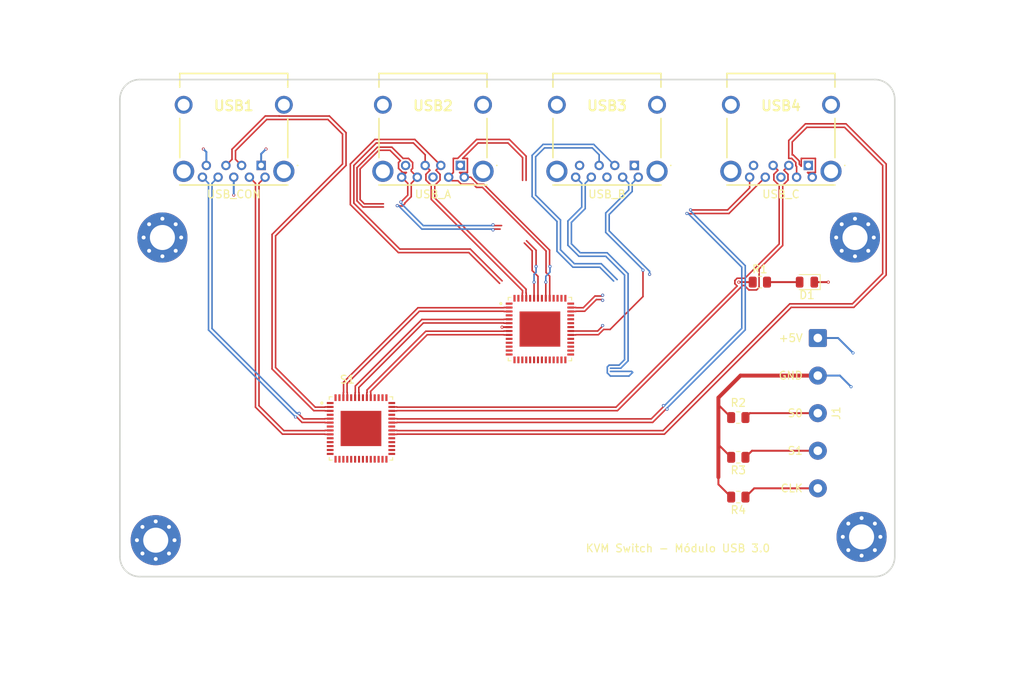
<source format=kicad_pcb>
(kicad_pcb (version 20221018) (generator pcbnew)
  (layers (0 "F.Cu" signal) (1 "In1.Cu" power) (2 "In2.Cu" power) (31 "B.Cu" signal) (34 "B.Paste" user) (35 "F.Paste" user) (36 "B.SilkS" user "B.Silkscreen") (37 "F.SilkS" user "F.Silkscreen") (38 "B.Mask" user) (39 "F.Mask" user) (44 "Edge.Cuts" user))
  (net 0 "")
  (net 1 "/GND")
  (net 2 "/Switch/D0+")
  (net 3 "/Switch/D0-")
  (net 4 "GND")
  (net 5 "/Switch/D1+")
  (net 6 "/Switch/D1-")
  (net 7 "/Switch/D2+")
  (net 8 "/Switch/D2-")
  (net 17 "/Switch/+5V")
  (net 31 "/Switch/USB_C_D2-")
  (net 32 "/Switch/USB_C_D2+")
  (net 33 "/Switch/USB_C_D1-")
  (net 34 "/Switch/USB_C_D1+")
  (net 35 "/Switch/USB_C_D0-")
  (net 36 "/Switch/USB_C_D0+")
  (net 40 "/Switch/USB_AB_D2-")
  (net 41 "/Switch/USB_AB_D2+")
  (net 42 "/Switch/USB_AB_D1-")
  (net 43 "/Switch/USB_AB_D1+")
  (net 44 "/Switch/USB_AB_D0-")
  (net 45 "/Switch/USB_AB_D0+")
  (net 67 "/Switch/USB_B_D2-")
  (net 68 "/Switch/USB_B_D2+")
  (net 69 "/Switch/USB_B_D1-")
  (net 70 "/Switch/USB_B_D1+")
  (net 71 "/Switch/USB_B_D0-")
  (net 72 "/Switch/USB_B_D0+")
  (net 76 "/Switch/USB_A_D2-")
  (net 77 "/Switch/USB_A_D2+")
  (net 78 "/Switch/USB_A_D1-")
  (net 79 "/Switch/USB_A_D1+")
  (net 80 "/Switch/USB_A_D0-")
  (net 81 "/Switch/USB_A_D0+")
  (net 107 "Net-(D1-A)")
  (net 108 "/+5V")
  (net 109 "/S0")
  (net 110 "/S1")
  (net 111 "/CLOCK")
  (footprint "Custom_Footprints:USB3_Molex_48393-0003" (layer "F.Cu") (at 66.381087 82.095 180)
    (fp_text reference "USB1")
    (fp_text value "USB3_Molex_48393-0003" hide)
  )
  (footprint "Resistor_SMD:R_0805_2012Metric" (layer "F.Cu") (at 127.3325 119.38 180)
    (fp_text reference locked "R3")
    (fp_text value locked "10k")
  )
  (footprint "Custom_Footprints:USB3_Molex_48393-0003" (layer "F.Cu") (at 136.281087 82.095 180)
    (fp_text reference "USB4")
    (fp_text value "USB3_Molex_48393-0003" hide)
  )
  (footprint "Resistor_SMD:R_0805_2012Metric" (layer "F.Cu") (at 130.0875 97)
    (fp_text reference "R1")
    (fp_text value "167R")
  )
  (footprint "Custom_Footprints:USB3_Molex_48393-0003" (layer "F.Cu") (at 114.056087 82.095 180)
    (fp_text reference "USB3")
    (fp_text value "USB3_Molex_48393-0003" hide)
  )
  (footprint "Custom_Footprints:QFN50P800X800X100-57N" (layer "F.Cu") (at 79.133 115.695)
    (fp_text reference "S1")
    (fp_text value "HD3SS215IRTQR")
  )
  (footprint "MountingHole:MountingHole_3.2mm_M3_Pad_Via" (layer "F.Cu") (at 53.767056 91.3)
    (fp_text reference "REF**" hide)
    (fp_text value "MountingHole_3.2mm_M3_Pad_Via" hide)
  )
  (footprint "Connector_Wire:SolderWire-0.5sqmm_1x05_P4.8mm_D0.9mm_OD2.3mm" (layer "F.Cu") (at 137.4925 104.14 -90)
    (fp_text reference "J1")
    (fp_text value "Conn_01x05_Socket")
  )
  (footprint "MountingHole:MountingHole_3.2mm_M3_Pad_Via" (layer "F.Cu") (at 142.24 91.3)
    (fp_text reference "REF**" hide)
    (fp_text value "MountingHole_3.2mm_M3_Pad_Via" hide)
  )
  (footprint "Resistor_SMD:R_0805_2012Metric" (layer "F.Cu") (at 127.3325 124.46 180)
    (fp_text reference locked "R4")
    (fp_text value locked "10k")
  )
  (footprint "Custom_Footprints:QFN50P800X800X100-57N" (layer "F.Cu") (at 101.993 102.995)
    (fp_text reference "S2" hide)
    (fp_text value "HD3SS215IRTQR")
  )
  (footprint "LED_SMD:LED_0805_2012Metric" (layer "F.Cu") (at 136.105 97 180)
    (fp_text reference "D1")
    (fp_text value "LED")
  )
  (footprint "MountingHole:MountingHole_3.2mm_M3_Pad_Via" (layer "F.Cu") (at 52.912944 129.967056)
    (fp_text reference "REF**" hide)
    (fp_text value "MountingHole_3.2mm_M3_Pad_Via" hide)
  )
  (footprint "MountingHole:MountingHole_3.2mm_M3_Pad_Via" (layer "F.Cu") (at 143.082944 129.54)
    (fp_text reference "REF**" hide)
    (fp_text value "MountingHole_3.2mm_M3_Pad_Via" hide)
  )
  (footprint "Custom_Footprints:USB3_Molex_48393-0003" (layer "F.Cu") (at 91.831087 82.095 180)
    (fp_text reference "USB2")
    (fp_text value "USB3_Molex_48393-0003" hide)
  )
  (footprint "Resistor_SMD:R_0805_2012Metric" (layer "F.Cu") (at 127.3325 114.3 180)
    (fp_text reference locked "R2")
    (fp_text value locked "10k")
  )
  (gr_arc (start 50.878485 134.620543) (mid 49.082434 133.876594) (end 48.338485 132.080543) (stroke (width 0.2)) (layer "Edge.Cuts"))
  (gr_line (start 50.873416 71.121567) (end 144.78 71.12) (stroke (width 0.2)) (layer "Edge.Cuts"))
  (gr_line (start 147.32 73.66) (end 147.32 132.08) (stroke (width 0.2)) (layer "Edge.Cuts"))
  (gr_arc (start 147.32 132.08) (mid 146.576051 133.876051) (end 144.78 134.62) (stroke (width 0.2)) (layer "Edge.Cuts"))
  (gr_line (start 48.338485 132.080543) (end 48.333416 73.661567) (stroke (width 0.2)) (layer "Edge.Cuts"))
  (gr_arc (start 144.78 71.12) (mid 146.576051 71.863949) (end 147.32 73.66) (stroke (width 0.2)) (layer "Edge.Cuts"))
  (gr_line (start 144.78 134.62) (end 50.878485 134.620543) (stroke (width 0.2)) (layer "Edge.Cuts"))
  (gr_arc (start 48.333416 73.661567) (mid 49.077365 71.865516) (end 50.873416 71.121567) (stroke (width 0.2)) (layer "Edge.Cuts"))
  (gr_text "KVM Switch - Módulo USB 3.0 " (at 120 131) (layer "F.SilkS") (effects (font (size 1 1))))
  (gr_text locked "CLK" (at 132.650595 123.34) (layer "F.SilkS") (effects (font (size 1 1)) (justify left)))
  (gr_text locked "GND" (at 132.4125 108.94) (layer "F.SilkS") (effects (font (size 1 1)) (justify left)))
  (gr_text locked "S0" (at 133.555357 113.74) (layer "F.SilkS") (effects (font (size 1 1)) (justify left)))
  (gr_text "USB_CON" (at 62.881087 85.775) (layer "F.SilkS") (effects (font (size 1 1))))
  (gr_text locked "S1" (at 133.555357 118.54) (layer "F.SilkS") (effects (font (size 1 1)) (justify left)))
  (gr_text "USB_B" (at 110.556087 85.775) (layer "F.SilkS") (effects (font (size 1 1))))
  (gr_text "USB_C" (at 132.781087 85.775) (layer "F.SilkS") (effects (font (size 1 1))))
  (gr_text "USB_A" (at 88.331087 85.775) (layer "F.SilkS") (effects (font (size 1 1))))
  (gr_text locked "+5V" (at 132.4125 104.14) (layer "F.SilkS") (effects (font (size 1 1)) (justify left)))
  (segment (start 124.7925 111.76) (end 127.6125 108.94) (width 0.5) (layer "F.Cu") (net 1))
  (segment (start 127.6125 108.94) (end 137.4925 108.94) (width 0.5) (layer "F.Cu") (net 1))
  (segment (start 126.42 119.38) (end 124.7925 117.7525) (width 0.25) (layer "F.Cu") (net 1))
  (segment (start 126.42 114.3) (end 124.7925 112.6725) (width 0.25) (layer "F.Cu") (net 1))
  (segment (start 138.827 97) (end 137.0425 97) (width 0.25) (layer "F.Cu") (net 1))
  (segment (start 124.7925 121.92) (end 124.7925 111.76) (width 0.5) (layer "F.Cu") (net 1))
  (segment (start 124.7925 117.7525) (end 124.7925 111.76) (width 0.25) (layer "F.Cu") (net 1))
  (segment (start 131.78 108.94) (end 137.4925 108.94) (width 0.25) (layer "F.Cu") (net 1))
  (segment (start 124.7925 112.6725) (end 124.7925 111.76) (width 0.25) (layer "F.Cu") (net 1))
  (segment (start 124.7925 122.8325) (end 124.7925 121.92) (width 0.25) (layer "F.Cu") (net 1))
  (segment (start 126.42 124.46) (end 124.7925 122.8325) (width 0.25) (layer "F.Cu") (net 1))
  (via micro (at 138.827 97) (size 0.4) (drill 0.2) (layers "F.Cu" "In1.Cu") (net 1))
  (via blind (at 141.732 110.363) (size 0.4) (drill 0.2) (layers "In1.Cu" "B.Cu") (net 1))
  (segment (start 137.4925 108.94) (end 140.309 108.94) (width 0.25) (layer "B.Cu") (net 1))
  (segment (start 140.309 108.94) (end 141.732 110.363) (width 0.25) (layer "B.Cu") (net 1))
  (segment (start 62.656086 81.320001) (end 61.881087 82.095) (width 0.2) (layer "F.Cu") (net 2))
  (segment (start 68.225 91.0932) (end 77.225 82.0932) (width 0.2) (layer "F.Cu") (net 2))
  (segment (start 74.527999 112.97) (end 73.2882 112.97) (width 0.2) (layer "F.Cu") (net 2))
  (segment (start 74.552999 112.945) (end 74.527999 112.97) (width 0.2) (layer "F.Cu") (net 2))
  (segment (start 62.656086 80.025714) (end 62.656086 81.320001) (width 0.2) (layer "F.Cu") (net 2))
  (segment (start 75.198 112.945) (end 74.552999 112.945) (width 0.2) (layer "F.Cu") (net 2))
  (segment (start 75.0932 75.775) (end 75.0832 75.785) (width 0.2) (layer "F.Cu") (net 2))
  (segment (start 68.684619 75.785) (end 68.674619 75.775) (width 0.2) (layer "F.Cu") (net 2))
  (segment (start 73.2882 112.97) (end 68.225 107.9068) (width 0.2) (layer "F.Cu") (net 2))
  (segment (start 66.9068 75.775) (end 62.656086 80.025714) (width 0.2) (layer "F.Cu") (net 2))
  (segment (start 75.0832 75.785) (end 68.684619 75.785) (width 0.2) (layer "F.Cu") (net 2))
  (segment (start 68.674619 75.775) (end 66.9068 75.775) (width 0.2) (layer "F.Cu") (net 2))
  (segment (start 77.225 82.0932) (end 77.225 77.9068) (width 0.2) (layer "F.Cu") (net 2))
  (segment (start 68.225 107.9068) (end 68.225 91.0932) (width 0.2) (layer "F.Cu") (net 2))
  (segment (start 77.225 77.9068) (end 75.0932 75.775) (width 0.2) (layer "F.Cu") (net 2))
  (segment (start 67.0932 76.225) (end 63.106088 80.212112) (width 0.2) (layer "F.Cu") (net 3))
  (segment (start 63.106088 81.320001) (end 63.881087 82.095) (width 0.2) (layer "F.Cu") (net 3))
  (segment (start 76.775 81.9068) (end 76.775 78.0932) (width 0.2) (layer "F.Cu") (net 3))
  (segment (start 74.9068 76.225) (end 67.0932 76.225) (width 0.2) (layer "F.Cu") (net 3))
  (segment (start 75.198 113.445) (end 74.552999 113.445) (width 0.2) (layer "F.Cu") (net 3))
  (segment (start 74.527999 113.42) (end 73.1018 113.42) (width 0.2) (layer "F.Cu") (net 3))
  (segment (start 63.106088 80.212112) (end 63.106088 81.320001) (width 0.2) (layer "F.Cu") (net 3))
  (segment (start 67.775 90.9068) (end 76.775 81.9068) (width 0.2) (layer "F.Cu") (net 3))
  (segment (start 74.552999 113.445) (end 74.527999 113.42) (width 0.2) (layer "F.Cu") (net 3))
  (segment (start 67.775 108.0932) (end 67.775 90.9068) (width 0.2) (layer "F.Cu") (net 3))
  (segment (start 73.1018 113.42) (end 67.775 108.0932) (width 0.2) (layer "F.Cu") (net 3))
  (segment (start 76.775 78.0932) (end 74.9068 76.225) (width 0.2) (layer "F.Cu") (net 3))
  (segment (start 97.153 102.75) (end 97.158 102.745) (width 0.25) (layer "F.Cu") (net 4))
  (segment (start 97.158 102.745) (end 98.058 102.745) (width 0.25) (layer "F.Cu") (net 4))
  (via blind (at 62.881087 85.881087) (size 0.4) (drill 0.2) (layers "F.Cu" "In1.Cu") (net 4))
  (via blind (at 97.153 102.75) (size 0.4) (drill 0.2) (layers "F.Cu" "In1.Cu") (net 4))
  (via blind (at 59 80) (size 0.4) (drill 0.2) (layers "F.Cu" "In1.Cu") (net 4))
  (segment (start 59.381087 80.381087) (end 59 80) (width 0.25) (layer "B.Cu") (net 4))
  (segment (start 62.881087 83.595) (end 62.881087 85.881087) (width 0.25) (layer "B.Cu") (net 4))
  (segment (start 59.381087 82.095) (end 59.381087 80.381087) (width 0.25) (layer "B.Cu") (net 4))
  (segment (start 74.552999 114.445) (end 74.527999 114.47) (width 0.2) (layer "F.Cu") (net 5))
  (segment (start 71.22981 113.911611) (end 71.22981 113.77019) (width 0.2) (layer "F.Cu") (net 5))
  (segment (start 74.527999 114.47) (end 71.788199 114.47) (width 0.2) (layer "F.Cu") (net 5))
  (segment (start 71.788199 114.47) (end 71.22981 113.911611) (width 0.2) (layer "F.Cu") (net 5))
  (segment (start 75.198 114.445) (end 74.552999 114.445) (width 0.2) (layer "F.Cu") (net 5))
  (via (at 71.22981 113.77019) (size 0.4) (drill 0.2) (layers "F.Cu" "B.Cu") (net 5))
  (segment (start 60.106088 84.369999) (end 60.881087 83.595) (width 0.2) (layer "B.Cu") (net 5))
  (segment (start 70.977297 113.72981) (end 70.906587 113.72981) (width 0.2) (layer "B.Cu") (net 5))
  (segment (start 60.106088 102.929311) (end 60.106088 84.369999) (width 0.2) (layer "B.Cu") (net 5))
  (segment (start 71.017677 113.77019) (end 70.977297 113.72981) (width 0.2) (layer "B.Cu") (net 5))
  (segment (start 71.22981 113.77019) (end 71.017677 113.77019) (width 0.2) (layer "B.Cu") (net 5))
  (segment (start 70.906587 113.72981) (end 60.106088 102.929311) (width 0.2) (layer "B.Cu") (net 5))
  (segment (start 70.911611 114.22981) (end 70.77019 114.22981) (width 0.2) (layer "F.Cu") (net 6))
  (segment (start 71.601801 114.92) (end 70.911611 114.22981) (width 0.2) (layer "F.Cu") (net 6))
  (segment (start 74.527999 114.92) (end 71.601801 114.92) (width 0.2) (layer "F.Cu") (net 6))
  (segment (start 74.552999 114.945) (end 74.527999 114.92) (width 0.2) (layer "F.Cu") (net 6))
  (segment (start 75.198 114.945) (end 74.552999 114.945) (width 0.2) (layer "F.Cu") (net 6))
  (via (at 70.77019 114.22981) (size 0.4) (drill 0.2) (layers "F.Cu" "B.Cu") (net 6))
  (segment (start 59.656086 103.115706) (end 59.656086 84.369999) (width 0.2) (layer "B.Cu") (net 6))
  (segment (start 70.77019 114.22981) (end 59.656086 103.115706) (width 0.2) (layer "B.Cu") (net 6))
  (segment (start 59.656086 84.369999) (end 58.881087 83.595) (width 0.2) (layer "B.Cu") (net 6))
  (segment (start 69.2882 115.97) (end 74.527999 115.97) (width 0.2) (layer "F.Cu") (net 7))
  (segment (start 66.881087 83.595) (end 66.106088 84.369999) (width 0.2) (layer "F.Cu") (net 7))
  (segment (start 74.552999 115.945) (end 75.198 115.945) (width 0.2) (layer "F.Cu") (net 7))
  (segment (start 74.527999 115.97) (end 74.552999 115.945) (width 0.2) (layer "F.Cu") (net 7))
  (segment (start 66.106088 112.787888) (end 69.2882 115.97) (width 0.2) (layer "F.Cu") (net 7))
  (segment (start 66.106088 84.369999) (end 66.106088 112.787888) (width 0.2) (layer "F.Cu") (net 7))
  (segment (start 74.552999 116.445) (end 75.198 116.445) (width 0.2) (layer "F.Cu") (net 8))
  (segment (start 65.656086 112.974286) (end 69.1018 116.42) (width 0.2) (layer "F.Cu") (net 8))
  (segment (start 74.527999 116.42) (end 74.552999 116.445) (width 0.2) (layer "F.Cu") (net 8))
  (segment (start 69.1018 116.42) (end 74.527999 116.42) (width 0.2) (layer "F.Cu") (net 8))
  (segment (start 65.656086 84.369999) (end 65.656086 112.974286) (width 0.2) (layer "F.Cu") (net 8))
  (segment (start 64.881087 83.595) (end 65.656086 84.369999) (width 0.2) (layer "F.Cu") (net 8))
  (via blind (at 67 80) (size 0.4) (drill 0.2) (layers "F.Cu" "In2.Cu") (net 17))
  (segment (start 66.381087 80.618913) (end 67 80) (width 0.25) (layer "B.Cu") (net 17))
  (segment (start 66.381087 82.095) (end 66.381087 80.618913) (width 0.25) (layer "B.Cu") (net 17))
  (segment (start 117.8982 116.42) (end 134.0932 100.225) (width 0.2) (layer "F.Cu") (net 31))
  (segment (start 146.225 81.9068) (end 141.0932 76.775) (width 0.2) (layer "F.Cu") (net 31))
  (segment (start 133.775 81.195) (end 134.15388 81.195) (width 0.2) (layer "F.Cu") (net 31))
  (segment (start 83.738001 116.42) (end 117.8982 116.42) (width 0.2) (layer "F.Cu") (net 31))
  (segment (start 134.681087 81.722207) (end 134.681087 82.131397) (width 0.2) (layer "F.Cu") (net 31))
  (segment (start 134.781087 82.231397) (end 134.781087 83.595) (width 0.2) (layer "F.Cu") (net 31))
  (segment (start 133.775 78.9068) (end 133.775 81.195) (width 0.2) (layer "F.Cu") (net 31))
  (segment (start 134.681087 82.131397) (end 134.781087 82.231397) (width 0.2) (layer "F.Cu") (net 31))
  (segment (start 146.225 96.0932) (end 146.225 81.9068) (width 0.2) (layer "F.Cu") (net 31))
  (segment (start 142.0932 100.225) (end 146.225 96.0932) (width 0.2) (layer "F.Cu") (net 31))
  (segment (start 134.15388 81.195) (end 134.681087 81.722207) (width 0.2) (layer "F.Cu") (net 31))
  (segment (start 83.713001 116.445) (end 83.738001 116.42) (width 0.2) (layer "F.Cu") (net 31))
  (segment (start 135.9068 76.775) (end 133.775 78.9068) (width 0.2) (layer "F.Cu") (net 31))
  (segment (start 83.068 116.445) (end 83.713001 116.445) (width 0.2) (layer "F.Cu") (net 31))
  (segment (start 141.0932 76.775) (end 135.9068 76.775) (width 0.2) (layer "F.Cu") (net 31))
  (segment (start 134.0932 100.225) (end 142.0932 100.225) (width 0.2) (layer "F.Cu") (net 31))
  (segment (start 145.775 95.9068) (end 145.775 82.0932) (width 0.2) (layer "F.Cu") (net 32))
  (segment (start 135.131068 81.944981) (end 135.381087 82.195) (width 0.2) (layer "F.Cu") (net 32))
  (segment (start 135.381087 82.195) (end 135.381087 81.195) (width 0.2) (layer "F.Cu") (net 32))
  (segment (start 141.9068 99.775) (end 145.775 95.9068) (width 0.2) (layer "F.Cu") (net 32))
  (segment (start 136.181087 82.995) (end 136.781087 83.595) (width 0.2) (layer "F.Cu") (net 32))
  (segment (start 83.738001 115.97) (end 117.7118 115.97) (width 0.2) (layer "F.Cu") (net 32))
  (segment (start 134.225 80.745019) (end 134.340269 80.745019) (width 0.2) (layer "F.Cu") (net 32))
  (segment (start 145.775 82.0932) (end 140.9068 77.225) (width 0.2) (layer "F.Cu") (net 32))
  (segment (start 136.0932 77.225) (end 134.225 79.0932) (width 0.2) (layer "F.Cu") (net 32))
  (segment (start 135.131068 81.535819) (end 135.131068 81.944981) (width 0.2) (layer "F.Cu") (net 32))
  (segment (start 134.340269 80.745019) (end 135.131068 81.535819) (width 0.2) (layer "F.Cu") (net 32))
  (segment (start 117.7118 115.97) (end 133.9068 99.775) (width 0.2) (layer "F.Cu") (net 32))
  (segment (start 134.225 79.0932) (end 134.225 80.745019) (width 0.2) (layer "F.Cu") (net 32))
  (segment (start 83.068 115.945) (end 83.713001 115.945) (width 0.2) (layer "F.Cu") (net 32))
  (segment (start 133.9068 99.775) (end 141.9068 99.775) (width 0.2) (layer "F.Cu") (net 32))
  (segment (start 137.181087 81.195) (end 137.181087 82.995) (width 0.2) (layer "F.Cu") (net 32))
  (segment (start 137.181087 82.995) (end 136.181087 82.995) (width 0.2) (layer "F.Cu") (net 32))
  (segment (start 135.381087 81.195) (end 137.181087 81.195) (width 0.2) (layer "F.Cu") (net 32))
  (segment (start 83.713001 115.945) (end 83.738001 115.97) (width 0.2) (layer "F.Cu") (net 32))
  (segment (start 140.9068 77.225) (end 136.0932 77.225) (width 0.2) (layer "F.Cu") (net 32))
  (segment (start 125.959881 87.779809) (end 128.781087 84.958603) (width 0.2) (layer "F.Cu") (net 33))
  (segment (start 83.738001 114.92) (end 116.398199 114.92) (width 0.2) (layer "F.Cu") (net 33))
  (segment (start 116.398199 114.92) (end 118.088389 113.22981) (width 0.2) (layer "F.Cu") (net 33))
  (segment (start 83.068 114.945) (end 83.713001 114.945) (width 0.2) (layer "F.Cu") (net 33))
  (segment (start 121.22981 87.77019) (end 121.239429 87.779809) (width 0.2) (layer "F.Cu") (net 33))
  (segment (start 121.239429 87.779809) (end 125.959881 87.779809) (width 0.2) (layer "F.Cu") (net 33))
  (segment (start 118.088389 113.22981) (end 118.22981 113.22981) (width 0.2) (layer "F.Cu") (net 33))
  (segment (start 83.713001 114.945) (end 83.738001 114.92) (width 0.2) (layer "F.Cu") (net 33))
  (segment (start 128.781087 84.958603) (end 128.781087 83.595) (width 0.2) (layer "F.Cu") (net 33))
  (via (at 121.22981 87.77019) (size 0.4) (drill 0.2) (layers "F.Cu" "B.Cu") (net 33))
  (via (at 118.22981 113.22981) (size 0.4) (drill 0.2) (layers "F.Cu" "B.Cu") (net 33))
  (segment (start 121.22981 87.911611) (end 121.22981 87.77019) (width 0.2) (layer "B.Cu") (net 33))
  (segment (start 118.22981 113.22981) (end 118.22981 113.088389) (width 0.2) (layer "B.Cu") (net 33))
  (segment (start 118.22981 113.088389) (end 128.225 103.093199) (width 0.2) (layer "B.Cu") (net 33))
  (segment (start 128.225 94.9068) (end 121.22981 87.911611) (width 0.2) (layer "B.Cu") (net 33))
  (segment (start 128.225 103.093199) (end 128.225 94.9068) (width 0.2) (layer "B.Cu") (net 33))
  (segment (start 120.982323 88.22981) (end 121.022703 88.27019) (width 0.2) (layer "F.Cu") (net 34))
  (segment (start 121.477297 88.22981) (end 126.146277 88.22981) (width 0.2) (layer "F.Cu") (net 34))
  (segment (start 116.211801 114.47) (end 117.77019 112.911611) (width 0.2) (layer "F.Cu") (net 34))
  (segment (start 120.77019 88.22981) (end 120.982323 88.22981) (width 0.2) (layer "F.Cu") (net 34))
  (segment (start 83.738001 114.47) (end 116.211801 114.47) (width 0.2) (layer "F.Cu") (net 34))
  (segment (start 121.022703 88.27019) (end 121.436917 88.27019) (width 0.2) (layer "F.Cu") (net 34))
  (segment (start 117.77019 112.911611) (end 117.77019 112.77019) (width 0.2) (layer "F.Cu") (net 34))
  (segment (start 126.146277 88.22981) (end 130.781087 83.595) (width 0.2) (layer "F.Cu") (net 34))
  (segment (start 83.713001 114.445) (end 83.738001 114.47) (width 0.2) (layer "F.Cu") (net 34))
  (segment (start 121.436917 88.27019) (end 121.477297 88.22981) (width 0.2) (layer "F.Cu") (net 34))
  (segment (start 83.068 114.445) (end 83.713001 114.445) (width 0.2) (layer "F.Cu") (net 34))
  (via (at 120.77019 88.22981) (size 0.4) (drill 0.2) (layers "F.Cu" "B.Cu") (net 34))
  (via (at 117.77019 112.77019) (size 0.4) (drill 0.2) (layers "F.Cu" "B.Cu") (net 34))
  (segment (start 117.77019 112.77019) (end 117.911611 112.77019) (width 0.2) (layer "B.Cu") (net 34))
  (segment (start 127.775 102.906801) (end 127.775 95.0932) (width 0.2) (layer "B.Cu") (net 34))
  (segment (start 120.911611 88.22981) (end 120.77019 88.22981) (width 0.2) (layer "B.Cu") (net 34))
  (segment (start 127.775 95.0932) (end 120.911611 88.22981) (width 0.2) (layer "B.Cu") (net 34))
  (segment (start 117.911611 112.77019) (end 127.775 102.906801) (width 0.2) (layer "B.Cu") (net 34))
  (segment (start 133.006088 84.642792) (end 133.006088 92.312112) (width 0.2) (layer "F.Cu") (net 35))
  (segment (start 128.684683 98) (end 128.109683 97.425) (width 0.2) (layer "F.Cu") (net 35))
  (segment (start 133.681087 83.222207) (end 133.681087 83.967793) (width 0.2) (layer "F.Cu") (net 35))
  (segment (start 133.167483 82.708604) (end 133.681087 83.222207) (width 0.2) (layer "F.Cu") (net 35))
  (segment (start 111.8982 113.42) (end 83.738001 113.42) (width 0.2) (layer "F.Cu") (net 35))
  (segment (start 128.109683 97.425) (end 127.8932 97.425) (width 0.2) (layer "F.Cu") (net 35))
  (segment (start 133.681087 83.967793) (end 133.006088 84.642792) (width 0.2) (layer "F.Cu") (net 35))
  (segment (start 127.8932 97.425) (end 111.8982 113.42) (width 0.2) (layer "F.Cu") (net 35))
  (segment (start 83.738001 113.42) (end 83.713001 113.445) (width 0.2) (layer "F.Cu") (net 35))
  (segment (start 133.781087 82.095) (end 133.167483 82.708604) (width 0.2) (layer "F.Cu") (net 35))
  (segment (start 129.9875 95.3307) (end 129.9875 97.677817) (width 0.2) (layer "F.Cu") (net 35))
  (segment (start 83.713001 113.445) (end 83.068 113.445) (width 0.2) (layer "F.Cu") (net 35))
  (segment (start 129.665317 98) (end 128.684683 98) (width 0.2) (layer "F.Cu") (net 35))
  (segment (start 129.9875 97.677817) (end 129.665317 98) (width 0.2) (layer "F.Cu") (net 35))
  (segment (start 133.006088 92.312112) (end 129.9875 95.3307) (width 0.2) (layer "F.Cu") (net 35))
  (segment (start 128.1818 96.5) (end 127.189893 96.5) (width 0.2) (layer "F.Cu") (net 36))
  (segment (start 131.881087 83.967793) (end 132.556086 84.642792) (width 0.2) (layer "F.Cu") (net 36))
  (segment (start 111.7118 112.97) (end 83.738001 112.97) (width 0.2) (layer "F.Cu") (net 36))
  (segment (start 131.881087 83.222207) (end 131.881087 83.967793) (width 0.2) (layer "F.Cu") (net 36))
  (segment (start 132.556086 84.642792) (end 132.556086 92.125714) (width 0.2) (layer "F.Cu") (net 36))
  (segment (start 127.189893 96.5) (end 126.897 96.792893) (width 0.2) (layer "F.Cu") (net 36))
  (segment (start 132.556086 92.125714) (end 128.1818 96.5) (width 0.2) (layer "F.Cu") (net 36))
  (segment (start 132.394691 82.708604) (end 131.881087 83.222207) (width 0.2) (layer "F.Cu") (net 36))
  (segment (start 83.738001 112.97) (end 83.713001 112.945) (width 0.2) (layer "F.Cu") (net 36))
  (segment (start 126.897 96.792893) (end 126.897 97.207107) (width 0.2) (layer "F.Cu") (net 36))
  (segment (start 126.897 97.207107) (end 127.185846 97.495954) (width 0.2) (layer "F.Cu") (net 36))
  (segment (start 127.185846 97.495954) (end 111.7118 112.97) (width 0.2) (layer "F.Cu") (net 36))
  (segment (start 83.713001 112.945) (end 83.068 112.945) (width 0.2) (layer "F.Cu") (net 36))
  (segment (start 131.781087 82.095) (end 132.394691 82.708604) (width 0.2) (layer "F.Cu") (net 36))
  (segment (start 80.383 111.114999) (end 80.383 111.76) (width 0.2) (layer "F.Cu") (net 40))
  (segment (start 87.5982 103.72) (end 80.358 110.9602) (width 0.2) (layer "F.Cu") (net 40))
  (segment (start 97.387999 103.72) (end 87.5982 103.72) (width 0.2) (layer "F.Cu") (net 40))
  (segment (start 80.358 110.9602) (end 80.358 111.089999) (width 0.2) (layer "F.Cu") (net 40))
  (segment (start 98.058 103.745) (end 97.412999 103.745) (width 0.2) (layer "F.Cu") (net 40))
  (segment (start 80.358 111.089999) (end 80.383 111.114999) (width 0.2) (layer "F.Cu") (net 40))
  (segment (start 97.412999 103.745) (end 97.387999 103.72) (width 0.2) (layer "F.Cu") (net 40))
  (segment (start 98.058 103.245) (end 97.412999 103.245) (width 0.2) (layer "F.Cu") (net 41))
  (segment (start 79.908 110.7738) (end 79.908 111.089999) (width 0.2) (layer "F.Cu") (net 41))
  (segment (start 87.4118 103.27) (end 79.908 110.7738) (width 0.2) (layer "F.Cu") (net 41))
  (segment (start 79.883 111.114999) (end 79.883 111.76) (width 0.2) (layer "F.Cu") (net 41))
  (segment (start 97.387999 103.27) (end 87.4118 103.27) (width 0.2) (layer "F.Cu") (net 41))
  (segment (start 79.908 111.089999) (end 79.883 111.114999) (width 0.2) (layer "F.Cu") (net 41))
  (segment (start 97.412999 103.245) (end 97.387999 103.27) (width 0.2) (layer "F.Cu") (net 41))
  (segment (start 97.387999 102.22) (end 87.0982 102.22) (width 0.2) (layer "F.Cu") (net 42))
  (segment (start 97.412999 102.245) (end 97.387999 102.22) (width 0.2) (layer "F.Cu") (net 42))
  (segment (start 98.058 102.245) (end 97.412999 102.245) (width 0.2) (layer "F.Cu") (net 42))
  (segment (start 87.0982 102.22) (end 78.858 110.4602) (width 0.2) (layer "F.Cu") (net 42))
  (segment (start 78.858 110.4602) (end 78.858 111.089999) (width 0.2) (layer "F.Cu") (net 42))
  (segment (start 78.883 111.114999) (end 78.883 111.76) (width 0.2) (layer "F.Cu") (net 42))
  (segment (start 78.858 111.089999) (end 78.883 111.114999) (width 0.2) (layer "F.Cu") (net 42))
  (segment (start 98.058 101.745) (end 97.412999 101.745) (width 0.2) (layer "F.Cu") (net 43))
  (segment (start 86.9118 101.77) (end 78.408 110.2738) (width 0.2) (layer "F.Cu") (net 43))
  (segment (start 97.412999 101.745) (end 97.387999 101.77) (width 0.2) (layer "F.Cu") (net 43))
  (segment (start 78.408 110.2738) (end 78.408 111.089999) (width 0.2) (layer "F.Cu") (net 43))
  (segment (start 78.383 111.114999) (end 78.383 111.76) (width 0.2) (layer "F.Cu") (net 43))
  (segment (start 97.387999 101.77) (end 86.9118 101.77) (width 0.2) (layer "F.Cu") (net 43))
  (segment (start 78.408 111.089999) (end 78.383 111.114999) (width 0.2) (layer "F.Cu") (net 43))
  (segment (start 98.058 100.745) (end 97.412999 100.745) (width 0.2) (layer "F.Cu") (net 44))
  (segment (start 97.387999 100.72) (end 86.5982 100.72) (width 0.2) (layer "F.Cu") (net 44))
  (segment (start 77.383 111.114999) (end 77.383 111.76) (width 0.2) (layer "F.Cu") (net 44))
  (segment (start 97.412999 100.745) (end 97.387999 100.72) (width 0.2) (layer "F.Cu") (net 44))
  (segment (start 86.5982 100.72) (end 77.358 109.9602) (width 0.2) (layer "F.Cu") (net 44))
  (segment (start 77.358 109.9602) (end 77.358 111.089999) (width 0.2) (layer "F.Cu") (net 44))
  (segment (start 77.358 111.089999) (end 77.383 111.114999) (width 0.2) (layer "F.Cu") (net 44))
  (segment (start 97.387999 100.27) (end 86.4118 100.27) (width 0.2) (layer "F.Cu") (net 45))
  (segment (start 97.412999 100.245) (end 97.387999 100.27) (width 0.2) (layer "F.Cu") (net 45))
  (segment (start 76.883 111.114999) (end 76.883 111.76) (width 0.2) (layer "F.Cu") (net 45))
  (segment (start 76.908 109.7738) (end 76.908 111.089999) (width 0.2) (layer "F.Cu") (net 45))
  (segment (start 76.908 111.089999) (end 76.883 111.114999) (width 0.2) (layer "F.Cu") (net 45))
  (segment (start 98.058 100.245) (end 97.412999 100.245) (width 0.2) (layer "F.Cu") (net 45))
  (segment (start 86.4118 100.27) (end 76.908 109.7738) (width 0.2) (layer "F.Cu") (net 45))
  (segment (start 109.461397 103.72) (end 110.136397 103.045) (width 0.2) (layer "F.Cu") (net 67))
  (segment (start 110.955 103.045) (end 115.156651 98.843349) (width 0.2) (layer "F.Cu") (net 67))
  (segment (start 105.928 103.745) (end 106.573001 103.745) (width 0.2) (layer "F.Cu") (net 67))
  (segment (start 115.156651 98.843349) (end 115.156651 95.478851) (width 0.2) (layer "F.Cu") (net 67))
  (segment (start 106.598001 103.72) (end 109.461397 103.72) (width 0.2) (layer "F.Cu") (net 67))
  (segment (start 110.136397 103.045) (end 110.955 103.045) (width 0.2) (layer "F.Cu") (net 67))
  (segment (start 106.573001 103.745) (end 106.598001 103.72) (width 0.2) (layer "F.Cu") (net 67))
  (via (at 115.156651 95.478851) (size 0.4) (drill 0.2) (layers "F.Cu" "B.Cu") (net 67))
  (segment (start 113.331086 84.369999) (end 113.331086 85.232714) (width 0.2) (layer "B.Cu") (net 67))
  (segment (start 110.392 90.6442) (end 115.218 95.4702) (width 0.2) (layer "B.Cu") (net 67))
  (segment (start 110.392 88.1718) (end 110.392 90.6442) (width 0.2) (layer "B.Cu") (net 67))
  (segment (start 113.331086 85.232714) (end 110.392 88.1718) (width 0.2) (layer "B.Cu") (net 67))
  (segment (start 112.556087 83.595) (end 113.331086 84.369999) (width 0.2) (layer "B.Cu") (net 67))
  (segment (start 110 102.615711) (end 109.370711 103.245) (width 0.2) (layer "F.Cu") (net 68))
  (segment (start 109.370711 103.245) (end 105.928 103.245) (width 0.2) (layer "F.Cu") (net 68))
  (segment (start 110 102.545) (end 110 102.615711) (width 0.2) (layer "F.Cu") (net 68))
  (via (at 110 102.545) (size 0.4) (drill 0.2) (layers "F.Cu" "B.Cu") (net 68))
  (via (at 116 96) (size 0.4) (drill 0.2) (layers "F.Cu" "B.Cu") (net 68))
  (segment (start 113.781088 85.419112) (end 110.842 88.3582) (width 0.2) (layer "B.Cu") (net 68))
  (segment (start 113.781088 84.369999) (end 113.781088 85.419112) (width 0.2) (layer "B.Cu") (net 68))
  (segment (start 110.842 90.4578) (end 116 95.6158) (width 0.2) (layer "B.Cu") (net 68))
  (segment (start 116 95.6158) (end 116 96) (width 0.2) (layer "B.Cu") (net 68))
  (segment (start 114.556087 83.595) (end 113.781088 84.369999) (width 0.2) (layer "B.Cu") (net 68))
  (segment (start 110.842 88.3582) (end 110.842 90.4578) (width 0.2) (layer "B.Cu") (net 68))
  (segment (start 113.370932 109) (end 113.835731 108.535201) (width 0.2) (layer "B.Cu") (net 69))
  (segment (start 112.805 106.908096) (end 112.113096 107.6) (width 0.2) (layer "B.Cu") (net 69))
  (segment (start 113.70053 108.4) (end 111 108.4) (width 0.2) (layer "B.Cu") (net 69))
  (segment (start 107.331086 84.369999) (end 107.331086 87.422714) (width 0.2) (layer "B.Cu") (net 69))
  (segment (start 106.556087 83.595) (end 107.331086 84.369999) (width 0.2) (layer "B.Cu") (net 69))
  (segment (start 110.6 108.6) (end 111 109) (width 0.2) (layer "B.Cu") (net 69))
  (segment (start 111 109) (end 113.370932 109) (width 0.2) (layer "B.Cu") (net 69))
  (segment (start 112.113096 107.6) (end 110.834315 107.6) (width 0.2) (layer "B.Cu") (net 69))
  (segment (start 107.331086 87.422714) (end 105.566 89.1878) (width 0.2) (layer "B.Cu") (net 69))
  (segment (start 110.834315 107.6) (end 110.6 107.834315) (width 0.2) (layer "B.Cu") (net 69))
  (segment (start 112.805 96.1052) (end 112.805 106.908096) (width 0.2) (layer "B.Cu") (net 69))
  (segment (start 110.3968 93.697) (end 112.805 96.1052) (width 0.2) (layer "B.Cu") (net 69))
  (segment (start 113.835731 108.535201) (end 113.70053 108.4) (width 0.2) (layer "B.Cu") (net 69))
  (segment (start 105.566 89.1878) (end 105.566 92.2952) (width 0.2) (layer "B.Cu") (net 69))
  (segment (start 105.566 92.2952) (end 106.9678 93.697) (width 0.2) (layer "B.Cu") (net 69))
  (segment (start 106.9678 93.697) (end 110.3968 93.697) (width 0.2) (layer "B.Cu") (net 69))
  (segment (start 110.6 107.834315) (end 110.6 108.6) (width 0.2) (layer "B.Cu") (net 69))
  (segment (start 107.1542 93.247) (end 110.5832 93.247) (width 0.2) (layer "B.Cu") (net 70))
  (segment (start 113.255 95.9188) (end 113.255 107.0632) (width 0.2) (layer "B.Cu") (net 70))
  (segment (start 106.016 92.1088) (end 107.1542 93.247) (width 0.2) (layer "B.Cu") (net 70))
  (segment (start 107.781088 87.609112) (end 106.016 89.3742) (width 0.2) (layer "B.Cu") (net 70))
  (segment (start 108.556087 83.595) (end 107.781088 84.369999) (width 0.2) (layer "B.Cu") (net 70))
  (segment (start 110.5832 93.247) (end 113.255 95.9188) (width 0.2) (layer "B.Cu") (net 70))
  (segment (start 107.781088 84.369999) (end 107.781088 87.609112) (width 0.2) (layer "B.Cu") (net 70))
  (segment (start 112.3182 108) (end 111 108) (width 0.2) (layer "B.Cu") (net 70))
  (segment (start 113.255 107.0632) (end 112.3182 108) (width 0.2) (layer "B.Cu") (net 70))
  (segment (start 106.016 89.3742) (end 106.016 92.1088) (width 0.2) (layer "B.Cu") (net 70))
  (segment (start 109.208445 99.225001) (end 107.713446 100.72) (width 0.2) (layer "F.Cu") (net 71))
  (segment (start 110 99.325) (end 109.900001 99.225001) (width 0.2) (layer "F.Cu") (net 71))
  (segment (start 106.598001 100.72) (end 106.573001 100.745) (width 0.2) (layer "F.Cu") (net 71))
  (segment (start 106.573001 100.745) (end 105.928 100.745) (width 0.2) (layer "F.Cu") (net 71))
  (segment (start 107.713446 100.72) (end 106.598001 100.72) (width 0.2) (layer "F.Cu") (net 71))
  (segment (start 109.900001 99.225001) (end 109.208445 99.225001) (width 0.2) (layer "F.Cu") (net 71))
  (via (at 110 99.325) (size 0.4) (drill 0.2) (layers "F.Cu" "B.Cu") (net 71))
  (segment (start 102.3958 79.404) (end 100.994 80.8058) (width 0.2) (layer "B.Cu") (net 71))
  (segment (start 109.6348 95.094) (end 111.408 96.8672) (width 0.2) (layer "B.Cu") (net 71))
  (segment (start 104.169 89.2472) (end 104.169 93.0572) (width 0.2) (layer "B.Cu") (net 71))
  (segment (start 100.994 80.8058) (end 100.994 86.0722) (width 0.2) (layer "B.Cu") (net 71))
  (segment (start 106.2058 95.094) (end 109.6348 95.094) (width 0.2) (layer "B.Cu") (net 71))
  (segment (start 104.169 93.0572) (end 106.2058 95.094) (width 0.2) (layer "B.Cu") (net 71))
  (segment (start 108.865087 79.404) (end 102.3958 79.404) (width 0.2) (layer "B.Cu") (net 71))
  (segment (start 111.556087 82.095) (end 108.865087 79.404) (width 0.2) (layer "B.Cu") (net 71))
  (segment (start 100.994 86.0722) (end 104.169 89.2472) (width 0.2) (layer "B.Cu") (net 71))
  (segment (start 109.900001 98.774999) (end 109.022047 98.774999) (width 0.2) (layer "F.Cu") (net 72))
  (segment (start 106.573001 100.245) (end 105.928 100.245) (width 0.2) (layer "F.Cu") (net 72))
  (segment (start 106.598001 100.27) (end 106.573001 100.245) (width 0.2) (layer "F.Cu") (net 72))
  (segment (start 109.022047 98.774999) (end 107.527046 100.27) (width 0.2) (layer "F.Cu") (net 72))
  (segment (start 107.527046 100.27) (end 106.598001 100.27) (width 0.2) (layer "F.Cu") (net 72))
  (segment (start 110 98.675) (end 109.900001 98.774999) (width 0.2) (layer "F.Cu") (net 72))
  (via (at 110 98.675) (size 0.4) (drill 0.2) (layers "F.Cu" "B.Cu") (net 72))
  (segment (start 102.5822 79.854) (end 101.444 80.9922) (width 0.2) (layer "B.Cu") (net 72))
  (segment (start 101.444 85.8858) (end 104.619 89.0608) (width 0.2) (layer "B.Cu") (net 72))
  (segment (start 104.619 92.8708) (end 106.3922 94.644) (width 0.2) (layer "B.Cu") (net 72))
  (segment (start 108.67869 79.854) (end 102.5822 79.854) (width 0.2) (layer "B.Cu") (net 72))
  (segment (start 101.444 80.9922) (end 101.444 85.8858) (width 0.2) (layer "B.Cu") (net 72))
  (segment (start 109.8212 94.644) (end 111.858 96.6808) (width 0.2) (layer "B.Cu") (net 72))
  (segment (start 109.556087 80.731397) (end 108.67869 79.854) (width 0.2) (layer "B.Cu") (net 72))
  (segment (start 104.619 89.0608) (end 104.619 92.8708) (width 0.2) (layer "B.Cu") (net 72))
  (segment (start 109.556087 82.095) (end 109.556087 80.731397) (width 0.2) (layer "B.Cu") (net 72))
  (segment (start 106.3922 94.644) (end 109.8212 94.644) (width 0.2) (layer "B.Cu") (net 72))
  (segment (start 93.881948 84.895) (end 93.481948 84.495) (width 0.2) (layer "F.Cu") (net 76))
  (segment (start 93.9068 78.775) (end 98.0932 78.775) (width 0.2) (layer "F.Cu") (net 76))
  (segment (start 90.331087 83.595) (end 90.931087 82.995) (width 0.2) (layer "F.Cu") (net 76))
  (segment (start 90.931087 82.995) (end 90.931087 81.195) (width 0.2) (layer "F.Cu") (net 76))
  (segment (start 91.958294 84.495) (end 91.508294 84.045) (width 0.2) (layer "F.Cu") (net 76))
  (segment (start 91.508294 84.045) (end 90.781087 84.045) (width 0.2) (layer "F.Cu") (net 76))
  (segment (start 94.647514 84.895) (end 93.881948 84.895) (width 0.2) (layer "F.Cu") (net 76))
  (segment (start 103.243 96.243) (end 102.774499 95.774499) (width 0.2) (layer "F.Cu") (net 76))
  (segment (start 102.774499 93.021985) (end 94.647514 84.895) (width 0.2) (layer "F.Cu") (net 76))
  (segment (start 98.0932 78.775) (end 100.225 80.9068) (width 0.2) (layer "F.Cu") (net 76))
  (segment (start 90.931087 81.195) (end 91.4868 81.195) (width 0.2) (layer "F.Cu") (net 76))
  (segment (start 90.781087 84.045) (end 90.331087 83.595) (width 0.2) (layer "F.Cu") (net 76))
  (segment (start 103.243 99.06) (end 103.243 96.243) (width 0.2) (layer "F.Cu") (net 76))
  (segment (start 100.225 80.9068) (end 100.225 84) (width 0.2) (layer "F.Cu") (net 76))
  (segment (start 102.774499 95.774499) (end 102.774499 93.021985) (width 0.2) (layer "F.Cu") (net 76))
  (segment (start 91.4868 81.195) (end 93.9068 78.775) (width 0.2) (layer "F.Cu") (net 76))
  (segment (start 93.481948 84.495) (end 91.958294 84.495) (width 0.2) (layer "F.Cu") (net 76))
  (segment (start 91.731087 82.995) (end 92.731087 82.995) (width 0.2) (layer "F.Cu") (net 77))
  (segment (start 103.225 94.950501) (end 103.225 92.9068) (width 0.2) (layer "F.Cu") (net 77))
  (segment (start 102.743 97.0005) (end 102.743 99.06) (width 0.2) (layer "F.Cu") (net 77))
  (segment (start 97.9068 79.225) (end 99.775 81.0932) (width 0.2) (layer "F.Cu") (net 77))
  (segment (start 94.8132 84.495) (end 94.047634 84.495) (width 0.2) (layer "F.Cu") (net 77))
  (segment (start 92.731087 82.995) (end 92.731087 81.195) (width 0.2) (layer "F.Cu") (net 77))
  (segment (start 94.0932 79.225) (end 97.9068 79.225) (width 0.2) (layer "F.Cu") (net 77))
  (segment (start 93.147634 83.595) (end 92.331087 83.595) (width 0.2) (layer "F.Cu") (net 77))
  (segment (start 102.7435 97) (end 102.743 97.0005) (width 0.2) (layer "F.Cu") (net 77))
  (segment (start 99.775 81.0932) (end 99.775 84) (width 0.2) (layer "F.Cu") (net 77))
  (segment (start 103.225 92.9068) (end 94.8132 84.495) (width 0.2) (layer "F.Cu") (net 77))
  (segment (start 92.1232 81.195) (end 94.0932 79.225) (width 0.2) (layer "F.Cu") (net 77))
  (segment (start 94.047634 84.495) (end 93.147634 83.595) (width 0.2) (layer "F.Cu") (net 77))
  (segment (start 92.331087 83.595) (end 91.731087 82.995) (width 0.2) (layer "F.Cu") (net 77))
  (segment (start 92.731087 81.195) (end 92.1232 81.195) (width 0.2) (layer "F.Cu") (net 77))
  (segment (start 103.274499 95) (end 103.225 94.950501) (width 0.2) (layer "F.Cu") (net 77))
  (via (at 102.7435 97) (size 0.4) (drill 0.2) (layers "F.Cu" "B.Cu") (net 77))
  (via (at 103.274499 95) (size 0.4) (drill 0.2) (layers "F.Cu" "B.Cu") (net 77))
  (segment (start 102.7435 97) (end 102.7435 96.2565) (width 0.2) (layer "B.Cu") (net 77))
  (segment (start 102.7435 96.2565) (end 103.274499 95.725501) (width 0.2) (layer "B.Cu") (net 77))
  (segment (start 103.274499 95.725501) (end 103.274499 95) (width 0.2) (layer "B.Cu") (net 77))
  (segment (start 101 93) (end 100 92) (width 0.2) (layer "F.Cu") (net 78))
  (segment (start 79.565686 87) (end 79.025 86.459314) (width 0.2) (layer "F.Cu") (net 78))
  (segment (start 84.458294 82.995) (end 84.931087 82.995) (width 0.2) (layer "F.Cu") (net 78))
  (segment (start 84.22981 86.77019) (end 85.106086 85.893914) (width 0.2) (layer "F.Cu") (net 78))
  (segment (start 84.167547 81.485747) (end 83.931087 81.722207) (width 0.2) (layer "F.Cu") (net 78))
  (segment (start 82.8409 80.1591) (end 84.167547 81.485747) (width 0.2) (layer "F.Cu") (net 78))
  (segment (start 81.406586 80.1591) (end 82.8409 80.1591) (width 0.2) (layer "F.Cu") (net 78))
  (segment (start 79.025 86.459314) (end 79.025 82.540686) (width 0.2) (layer "F.Cu") (net 78))
  (segment (start 101 95.516781) (end 101 93) (width 0.2) (layer "F.Cu") (net 78))
  (segment (start 84.931087 82.995) (end 84.331087 83.595) (width 0.2) (layer "F.Cu") (net 78))
  (segment (start 97.093199 89.774999) (end 96.099999 89.774999) (width 0.2) (layer "F.Cu") (net 78))
  (segment (start 85.106086 84.369999) (end 84.331087 83.595) (width 0.2) (layer "F.Cu") (net 78))
  (segment (start 83.931087 81.722207) (end 83.931087 82.467793) (width 0.2) (layer "F.Cu") (net 78))
  (segment (start 101.743 99.06) (end 101.743 96.259781) (width 0.2) (layer "F.Cu") (net 78))
  (segment (start 96.099999 89.774999) (end 96 89.675) (width 0.2) (layer "F.Cu") (net 78))
  (segment (start 82 87) (end 79.565686 87) (width 0.2) (layer "F.Cu") (net 78))
  (segment (start 79.025 82.540686) (end 81.406586 80.1591) (width 0.2) (layer "F.Cu") (net 78))
  (segment (start 83.931087 82.467793) (end 84.458294 82.995) (width 0.2) (layer "F.Cu") (net 78))
  (segment (start 85.106086 85.893914) (end 85.106086 84.369999) (width 0.2) (layer "F.Cu") (net 78))
  (segment (start 101.743 96.259781) (end 101 95.516781) (width 0.2) (layer "F.Cu") (net 78))
  (via (at 84.22981 86.77019) (size 0.4) (drill 0.2) (layers "F.Cu" "B.Cu") (net 78))
  (via (at 96 89.675) (size 0.4) (drill 0.2) (layers "F.Cu" "B.Cu") (net 78))
  (segment (start 87.093199 89.774999) (end 84.22981 86.911611) (width 0.2) (layer "B.Cu") (net 78))
  (segment (start 95.900001 89.774999) (end 87.093199 89.774999) (width 0.2) (layer "B.Cu") (net 78))
  (segment (start 84.22981 86.911611) (end 84.22981 86.77019) (width 0.2) (layer "B.Cu") (net 78))
  (segment (start 96 89.675) (end 95.900001 89.774999) (width 0.2) (layer "B.Cu") (net 78))
  (segment (start 85.556088 82.820001) (end 85.556088 82.642792) (width 0.2) (layer "F.Cu") (net 79))
  (segment (start 78.625 86.625) (end 79.400001 87.4) (width 0.2) (layer "F.Cu") (net 79))
  (segment (start 85.556088 82.642792) (end 85.731087 82.467793) (width 0.2) (layer "F.Cu") (net 79))
  (segment (start 84.72981 86.977297) (end 84.72981 86.906588) (width 0.2) (layer "F.Cu") (net 79))
  (segment (start 84.022703 87.27019) (end 84.436917 87.27019) (width 0.2) (layer "F.Cu") (net 79))
  (segment (start 83.77019 87.22981) (end 83.982323 87.22981) (width 0.2) (layer "F.Cu") (net 79))
  (segment (start 86.331087 83.595) (end 85.556088 82.820001) (width 0.2) (layer "F.Cu") (net 79))
  (segment (start 101.4995 95) (end 101.4995 92.933814) (width 0.2) (layer "F.Cu") (net 79))
  (segment (start 101.243 97) (end 101.243 99.06) (width 0.2) (layer "F.Cu") (net 79))
  (segment (start 84.436917 87.27019) (end 84.72981 86.977297) (width 0.2) (layer "F.Cu") (net 79))
  (segment (start 84.5132 81.195) (end 83.0773 79.7591) (width 0.2) (layer "F.Cu") (net 79))
  (segment (start 96.099999 90.225001) (end 96 90.325) (width 0.2) (layer "F.Cu") (net 79))
  (segment (start 85.20388 81.195) (end 84.5132 81.195) (width 0.2) (layer "F.Cu") (net 79))
  (segment (start 85.731087 81.722207) (end 85.20388 81.195) (width 0.2) (layer "F.Cu") (net 79))
  (segment (start 84.72981 86.906588) (end 85.556088 86.08031) (width 0.2) (layer "F.Cu") (net 79))
  (segment (start 81.2409 79.7591) (end 78.625 82.375) (width 0.2) (layer "F.Cu") (net 79))
  (segment (start 83.0773 79.7591) (end 81.2409 79.7591) (width 0.2) (layer "F.Cu") (net 79))
  (segment (start 79.400001 87.4) (end 82 87.4) (width 0.2) (layer "F.Cu") (net 79))
  (segment (start 85.556088 84.369999) (end 86.331087 83.595) (width 0.2) (layer "F.Cu") (net 79))
  (segment (start 83.982323 87.22981) (end 84.022703 87.27019) (width 0.2) (layer "F.Cu") (net 79))
  (segment (start 85.731087 82.467793) (end 85.731087 81.722207) (width 0.2) (layer "F.Cu") (net 79))
  (segment (start 78.625 82.375) (end 78.625 86.625) (width 0.2) (layer "F.Cu") (net 79))
  (segment (start 85.556088 86.08031) (end 85.556088 84.369999) (width 0.2) (layer "F.Cu") (net 79))
  (segment (start 101.4995 92.933814) (end 100.282843 91.717157) (width 0.2) (layer "F.Cu") (net 79))
  (segment (start 96.906801 90.225001) (end 96.099999 90.225001) (width 0.2) (layer "F.Cu") (net 79))
  (via (at 101.4995 95) (size 0.4) (drill 0.2) (layers "F.Cu" "B.Cu") (net 79))
  (via (at 101.243 97) (size 0.4) (drill 0.2) (layers "F.Cu" "B.Cu") (net 79))
  (via (at 83.77019 87.22981) (size 0.4) (drill 0.2) (layers "F.Cu" "B.Cu") (net 79))
  (via (at 96 90.325) (size 0.4) (drill 0.2) (layers "F.Cu" "B.Cu") (net 79))
  (segment (start 83.911611 87.22981) (end 83.77019 87.22981) (width 0.2) (layer "B.Cu") (net 79))
  (segment (start 86.906801 90.225001) (end 83.911611 87.22981) (width 0.2) (layer "B.Cu") (net 79))
  (segment (start 101.4995 95) (end 101.4995 95.7435) (width 0.2) (layer "B.Cu") (net 79))
  (segment (start 101.243 96) (end 101.243 97) (width 0.2) (layer "B.Cu") (net 79))
  (segment (start 101.4995 95.7435) (end 101.243 96) (width 0.2) (layer "B.Cu") (net 79))
  (segment (start 96 90.325) (end 95.900001 90.225001) (width 0.2) (layer "B.Cu") (net 79))
  (segment (start 95.900001 90.225001) (end 86.906801 90.225001) (width 0.2) (layer "B.Cu") (net 79))
  (segment (start 86.011087 78.775) (end 80.9068 78.775) (width 0.2) (layer "F.Cu") (net 80))
  (segment (start 92.9068 93.225) (end 96.8409 97.1591) (width 0.2) (layer "F.Cu") (net 80))
  (segment (start 100.243 98.414999) (end 100.218 98.389999) (width 0.2) (layer "F.Cu") (net 80))
  (segment (start 77.775 87.0932) (end 83.9068 93.225) (width 0.2) (layer "F.Cu") (net 80))
  (segment (start 89.231087 83.967793) (end 89.231087 83.222207) (width 0.2) (layer "F.Cu") (net 80))
  (segment (start 77.775 81.9068) (end 77.775 87.0932) (width 0.2) (layer "F.Cu") (net 80))
  (segment (start 88.717484 82.708603) (end 89.331087 82.095) (width 0.2) (layer "F.Cu") (net 80))
  (segment (start 100.243 99.06) (end 100.243 98.414999) (width 0.2) (layer "F.Cu") (net 80))
  (segment (start 89.231087 83.222207) (end 88.717484 82.708603) (width 0.2) (layer "F.Cu") (net 80))
  (segment (start 100.218 98.389999) (end 100.218 97.8998) (width 0.2) (layer "F.Cu") (net 80))
  (segment (start 88.556088 86.237888) (end 88.556088 84.642792) (width 0.2) (layer "F.Cu") (net 80))
  (segment (start 89.331087 82.095) (end 86.011087 78.775) (width 0.2) (layer "F.Cu") (net 80))
  (segment (start 88.556088 84.642792) (end 89.231087 83.967793) (width 0.2) (layer "F.Cu") (net 80))
  (segment (start 100.218 97.8998) (end 88.556088 86.237888) (width 0.2) (layer "F.Cu") (net 80))
  (segment (start 83.9068 93.225) (end 92.9068 93.225) (width 0.2) (layer "F.Cu") (net 80))
  (segment (start 80.9068 78.775) (end 77.775 81.9068) (width 0.2) (layer "F.Cu") (net 80))
  (segment (start 78.225 82.0932) (end 78.225 86.9068) (width 0.2) (layer "F.Cu") (net 81))
  (segment (start 99.768 98.389999) (end 99.768 98.0862) (width 0.2) (layer "F.Cu") (net 81))
  (segment (start 87.431087 83.967793) (end 87.431087 83.222207) (width 0.2) (layer "F.Cu") (net 81))
  (segment (start 99.768 98.0862) (end 88.106086 86.424286) (width 0.2) (layer "F.Cu") (net 81))
  (segment (start 87.94469 82.708603) (end 87.331087 82.095) (width 0.2) (layer "F.Cu") (net 81))
  (segment (start 99.743 99.06) (end 99.743 98.414999) (width 0.2) (layer "F.Cu") (net 81))
  (segment (start 88.106086 86.424286) (end 88.106086 84.642792) (width 0.2) (layer "F.Cu") (net 81))
  (segment (start 93.0932 92.775) (end 97.1591 96.8409) (width 0.2) (layer "F.Cu") (net 81))
  (segment (start 99.743 98.414999) (end 99.768 98.389999) (width 0.2) (layer "F.Cu") (net 81))
  (segment (start 88.106086 84.642792) (end 87.431087 83.967793) (width 0.2) (layer "F.Cu") (net 81))
  (segment (start 81.0932 79.225) (end 78.225 82.0932) (width 0.2) (layer "F.Cu") (net 81))
  (segment (start 87.331087 80.731397) (end 85.82469 79.225) (width 0.2) (layer "F.Cu") (net 81))
  (segment (start 78.225 86.9068) (end 84.0932 92.775) (width 0.2) (layer "F.Cu") (net 81))
  (segment (start 87.431087 83.222207) (end 87.94469 82.708603) (width 0.2) (layer "F.Cu") (net 81))
  (segment (start 85.82469 79.225) (end 81.0932 79.225) (width 0.2) (layer "F.Cu") (net 81))
  (segment (start 87.331087 82.095) (end 87.331087 80.731397) (width 0.2) (layer "F.Cu") (net 81))
  (segment (start 84.0932 92.775) (end 93.0932 92.775) (width 0.2) (layer "F.Cu") (net 81))
  (segment (start 131 97) (end 135.1675 97) (width 0.25) (layer "F.Cu") (net 107))
  (segment (start 129.175 97) (end 127.397 97) (width 0.25) (layer "F.Cu") (net 108))
  (via blind (at 127.397 97) (size 0.4) (drill 0.2) (layers "F.Cu" "In2.Cu") (net 108))
  (via blind (at 141.986 106.045) (size 0.4) (drill 0.2) (layers "In2.Cu" "B.Cu") (net 108))
  (segment (start 140.081 104.14) (end 141.986 106.045) (width 0.25) (layer "B.Cu") (net 108))
  (segment (start 137.4925 104.14) (end 140.081 104.14) (width 0.25) (layer "B.Cu") (net 108))
  (segment (start 128.245 114.3) (end 128.805 113.74) (width 0.25) (layer "F.Cu") (net 109))
  (segment (start 128.805 113.74) (end 137.4925 113.74) (width 0.25) (layer "F.Cu") (net 109))
  (segment (start 129.085 118.54) (end 137.4925 118.54) (width 0.25) (layer "F.Cu") (net 110))
  (segment (start 128.245 119.38) (end 129.085 118.54) (width 0.25) (layer "F.Cu") (net 110))
  (segment (start 128.245 124.46) (end 129.365 123.34) (width 0.25) (layer "F.Cu") (net 111))
  (segment (start 129.365 123.34) (end 137.4925 123.34) (width 0.25) (layer "F.Cu") (net 111))
)
</source>
